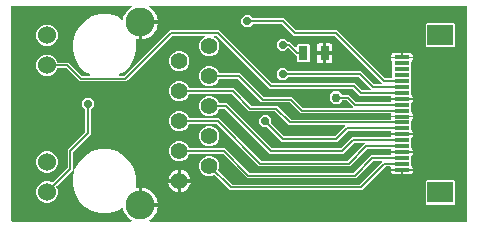
<source format=gtl>
G04 EAGLE Gerber RS-274X export*
G75*
%MOMM*%
%FSLAX34Y34*%
%LPD*%
%INTop Copper*%
%IPPOS*%
%AMOC8*
5,1,8,0,0,1.08239X$1,22.5*%
G01*
%ADD10R,0.800000X1.200000*%
%ADD11R,2.200000X1.800000*%
%ADD12R,1.300000X0.300000*%
%ADD13C,2.445000*%
%ADD14C,1.398000*%
%ADD15C,1.530000*%
%ADD16C,0.706400*%
%ADD17C,0.152400*%
%ADD18C,0.756400*%

G36*
X111199Y10162D02*
X111199Y10162D01*
X111207Y10161D01*
X111320Y10182D01*
X111434Y10200D01*
X111441Y10204D01*
X111448Y10206D01*
X111549Y10262D01*
X111651Y10316D01*
X111656Y10321D01*
X111663Y10325D01*
X111741Y10410D01*
X111820Y10494D01*
X111824Y10501D01*
X111829Y10507D01*
X111875Y10613D01*
X111924Y10717D01*
X111925Y10725D01*
X111928Y10732D01*
X111938Y10847D01*
X111951Y10961D01*
X111949Y10969D01*
X111950Y10977D01*
X111923Y11090D01*
X111899Y11202D01*
X111895Y11209D01*
X111893Y11216D01*
X111831Y11315D01*
X111773Y11413D01*
X111767Y11418D01*
X111762Y11425D01*
X111638Y11538D01*
X109781Y12887D01*
X108137Y14531D01*
X106771Y16411D01*
X105716Y18482D01*
X104998Y20692D01*
X104884Y21411D01*
X104873Y21445D01*
X104870Y21481D01*
X104834Y21561D01*
X104807Y21644D01*
X104785Y21673D01*
X104771Y21706D01*
X104712Y21771D01*
X104659Y21841D01*
X104630Y21861D01*
X104605Y21888D01*
X104529Y21930D01*
X104457Y21980D01*
X104422Y21990D01*
X104391Y22008D01*
X104304Y22024D01*
X104220Y22048D01*
X104184Y22046D01*
X104149Y22053D01*
X104062Y22040D01*
X103974Y22036D01*
X103941Y22023D01*
X103905Y22018D01*
X103752Y21951D01*
X99287Y19373D01*
X92443Y17539D01*
X85357Y17539D01*
X78513Y19373D01*
X72376Y22916D01*
X67366Y27926D01*
X63823Y34063D01*
X61989Y40907D01*
X61989Y47993D01*
X63363Y53120D01*
X63368Y53168D01*
X63382Y53214D01*
X63380Y53290D01*
X63388Y53365D01*
X63377Y53412D01*
X63376Y53460D01*
X63350Y53531D01*
X63333Y53605D01*
X63308Y53646D01*
X63291Y53691D01*
X63244Y53750D01*
X63204Y53815D01*
X63168Y53845D01*
X63138Y53883D01*
X63074Y53924D01*
X63016Y53973D01*
X62971Y53990D01*
X62931Y54016D01*
X62857Y54034D01*
X62787Y54062D01*
X62739Y54064D01*
X62692Y54076D01*
X62617Y54070D01*
X62541Y54074D01*
X62495Y54061D01*
X62447Y54057D01*
X62377Y54027D01*
X62304Y54006D01*
X62265Y53979D01*
X62221Y53961D01*
X62120Y53880D01*
X62101Y53867D01*
X62097Y53862D01*
X62090Y53856D01*
X60724Y52490D01*
X48502Y40268D01*
X48435Y40174D01*
X48364Y40080D01*
X48362Y40073D01*
X48359Y40068D01*
X48324Y39958D01*
X48288Y39846D01*
X48288Y39839D01*
X48286Y39833D01*
X48289Y39716D01*
X48290Y39600D01*
X48292Y39592D01*
X48293Y39588D01*
X48299Y39570D01*
X48337Y39439D01*
X49275Y37175D01*
X49275Y33525D01*
X47878Y30153D01*
X45297Y27572D01*
X41925Y26175D01*
X38275Y26175D01*
X34903Y27572D01*
X32322Y30153D01*
X30925Y33525D01*
X30925Y37175D01*
X32322Y40547D01*
X34903Y43128D01*
X38275Y44525D01*
X41925Y44525D01*
X44542Y43441D01*
X44656Y43414D01*
X44769Y43385D01*
X44776Y43386D01*
X44782Y43384D01*
X44898Y43395D01*
X45014Y43405D01*
X45020Y43407D01*
X45027Y43408D01*
X45134Y43455D01*
X45241Y43501D01*
X45247Y43506D01*
X45251Y43508D01*
X45265Y43520D01*
X45372Y43606D01*
X57490Y55724D01*
X57543Y55798D01*
X57603Y55868D01*
X57615Y55898D01*
X57634Y55924D01*
X57661Y56011D01*
X57695Y56096D01*
X57699Y56137D01*
X57706Y56159D01*
X57705Y56191D01*
X57713Y56263D01*
X57713Y70947D01*
X72490Y85724D01*
X72543Y85798D01*
X72603Y85868D01*
X72615Y85898D01*
X72634Y85924D01*
X72661Y86011D01*
X72695Y86096D01*
X72699Y86137D01*
X72706Y86159D01*
X72705Y86191D01*
X72713Y86263D01*
X72713Y104820D01*
X72699Y104910D01*
X72691Y105001D01*
X72679Y105031D01*
X72674Y105063D01*
X72631Y105144D01*
X72595Y105227D01*
X72569Y105260D01*
X72558Y105280D01*
X72535Y105302D01*
X72490Y105358D01*
X69943Y107905D01*
X69943Y112095D01*
X72905Y115057D01*
X77095Y115057D01*
X80057Y112095D01*
X80057Y107905D01*
X77510Y105358D01*
X77457Y105284D01*
X77397Y105215D01*
X77385Y105185D01*
X77366Y105159D01*
X77339Y105072D01*
X77305Y104987D01*
X77301Y104946D01*
X77294Y104924D01*
X77295Y104891D01*
X77287Y104820D01*
X77287Y84053D01*
X62510Y69276D01*
X62462Y69209D01*
X62458Y69205D01*
X62456Y69202D01*
X62397Y69132D01*
X62385Y69102D01*
X62366Y69076D01*
X62339Y68989D01*
X62305Y68904D01*
X62301Y68863D01*
X62294Y68841D01*
X62295Y68809D01*
X62287Y68737D01*
X62287Y54885D01*
X62291Y54861D01*
X62288Y54837D01*
X62310Y54740D01*
X62326Y54642D01*
X62338Y54621D01*
X62343Y54598D01*
X62395Y54513D01*
X62442Y54425D01*
X62459Y54408D01*
X62472Y54388D01*
X62548Y54324D01*
X62620Y54256D01*
X62642Y54246D01*
X62660Y54230D01*
X62753Y54194D01*
X62843Y54152D01*
X62867Y54149D01*
X62889Y54141D01*
X62989Y54136D01*
X63087Y54125D01*
X63111Y54130D01*
X63135Y54129D01*
X63231Y54156D01*
X63328Y54177D01*
X63349Y54190D01*
X63372Y54196D01*
X63454Y54252D01*
X63539Y54303D01*
X63555Y54322D01*
X63574Y54335D01*
X63634Y54415D01*
X63699Y54490D01*
X63708Y54513D01*
X63722Y54532D01*
X63783Y54688D01*
X63823Y54837D01*
X67366Y60974D01*
X72376Y65984D01*
X78513Y69527D01*
X85357Y71361D01*
X92443Y71361D01*
X99287Y69527D01*
X105424Y65984D01*
X110434Y60974D01*
X113977Y54837D01*
X115811Y47993D01*
X115811Y40907D01*
X115449Y39558D01*
X115444Y39503D01*
X115428Y39449D01*
X115432Y39381D01*
X115425Y39314D01*
X115437Y39259D01*
X115440Y39203D01*
X115465Y39140D01*
X115480Y39074D01*
X115509Y39026D01*
X115529Y38974D01*
X115573Y38922D01*
X115608Y38864D01*
X115651Y38828D01*
X115687Y38785D01*
X115745Y38750D01*
X115797Y38706D01*
X115849Y38686D01*
X115896Y38657D01*
X115963Y38641D01*
X116026Y38617D01*
X116082Y38614D01*
X116136Y38602D01*
X116241Y38606D01*
X116272Y38605D01*
X116284Y38608D01*
X116304Y38609D01*
X117877Y38859D01*
X117877Y24912D01*
X117880Y24892D01*
X117878Y24873D01*
X117900Y24771D01*
X117917Y24669D01*
X117926Y24652D01*
X117930Y24632D01*
X117983Y24543D01*
X118032Y24452D01*
X118046Y24438D01*
X118056Y24421D01*
X118135Y24354D01*
X118210Y24283D01*
X118228Y24274D01*
X118243Y24261D01*
X118339Y24223D01*
X118433Y24179D01*
X118453Y24177D01*
X118471Y24169D01*
X118638Y24151D01*
X119401Y24151D01*
X119401Y23388D01*
X119404Y23368D01*
X119402Y23349D01*
X119424Y23247D01*
X119441Y23145D01*
X119450Y23128D01*
X119454Y23108D01*
X119507Y23019D01*
X119556Y22928D01*
X119570Y22914D01*
X119580Y22897D01*
X119659Y22830D01*
X119734Y22759D01*
X119752Y22750D01*
X119767Y22737D01*
X119863Y22698D01*
X119957Y22655D01*
X119977Y22653D01*
X119995Y22645D01*
X120162Y22627D01*
X134109Y22627D01*
X133802Y20692D01*
X133084Y18482D01*
X132029Y16411D01*
X130663Y14531D01*
X129019Y12887D01*
X127162Y11538D01*
X127156Y11532D01*
X127149Y11528D01*
X127070Y11445D01*
X126989Y11363D01*
X126985Y11356D01*
X126980Y11350D01*
X126931Y11246D01*
X126881Y11142D01*
X126879Y11134D01*
X126876Y11127D01*
X126863Y11013D01*
X126848Y10898D01*
X126850Y10890D01*
X126849Y10883D01*
X126873Y10770D01*
X126896Y10657D01*
X126900Y10650D01*
X126901Y10642D01*
X126960Y10544D01*
X127017Y10443D01*
X127023Y10438D01*
X127027Y10431D01*
X127115Y10356D01*
X127201Y10279D01*
X127208Y10276D01*
X127214Y10271D01*
X127321Y10228D01*
X127427Y10183D01*
X127435Y10182D01*
X127443Y10179D01*
X127609Y10161D01*
X395278Y10161D01*
X395298Y10164D01*
X395317Y10162D01*
X395419Y10184D01*
X395521Y10200D01*
X395538Y10210D01*
X395558Y10214D01*
X395647Y10267D01*
X395738Y10316D01*
X395752Y10330D01*
X395769Y10340D01*
X395836Y10419D01*
X395908Y10494D01*
X395916Y10512D01*
X395929Y10527D01*
X395968Y10623D01*
X396011Y10717D01*
X396013Y10737D01*
X396021Y10755D01*
X396039Y10922D01*
X396039Y192278D01*
X396036Y192298D01*
X396038Y192317D01*
X396016Y192419D01*
X396000Y192521D01*
X395990Y192538D01*
X395986Y192558D01*
X395933Y192647D01*
X395884Y192738D01*
X395870Y192752D01*
X395860Y192769D01*
X395781Y192836D01*
X395706Y192908D01*
X395688Y192916D01*
X395673Y192929D01*
X395577Y192968D01*
X395483Y193011D01*
X395463Y193013D01*
X395445Y193021D01*
X395278Y193039D01*
X127609Y193039D01*
X127601Y193038D01*
X127593Y193039D01*
X127480Y193018D01*
X127366Y193000D01*
X127359Y192996D01*
X127352Y192994D01*
X127251Y192938D01*
X127149Y192884D01*
X127144Y192879D01*
X127137Y192875D01*
X127059Y192790D01*
X126980Y192706D01*
X126976Y192699D01*
X126971Y192693D01*
X126925Y192587D01*
X126876Y192483D01*
X126875Y192475D01*
X126872Y192468D01*
X126862Y192353D01*
X126849Y192239D01*
X126851Y192231D01*
X126850Y192223D01*
X126877Y192110D01*
X126901Y191998D01*
X126905Y191991D01*
X126907Y191984D01*
X126969Y191885D01*
X127027Y191787D01*
X127033Y191782D01*
X127038Y191775D01*
X127162Y191662D01*
X129019Y190313D01*
X130663Y188669D01*
X132029Y186789D01*
X133084Y184718D01*
X133802Y182508D01*
X134109Y180573D01*
X120162Y180573D01*
X120142Y180570D01*
X120123Y180572D01*
X120021Y180550D01*
X119919Y180533D01*
X119902Y180524D01*
X119882Y180520D01*
X119793Y180467D01*
X119702Y180418D01*
X119688Y180404D01*
X119671Y180394D01*
X119604Y180315D01*
X119533Y180240D01*
X119524Y180222D01*
X119511Y180207D01*
X119473Y180111D01*
X119429Y180017D01*
X119427Y179997D01*
X119419Y179979D01*
X119401Y179812D01*
X119401Y179049D01*
X118638Y179049D01*
X118618Y179046D01*
X118599Y179048D01*
X118497Y179026D01*
X118395Y179009D01*
X118378Y179000D01*
X118358Y178996D01*
X118269Y178943D01*
X118178Y178894D01*
X118164Y178880D01*
X118147Y178870D01*
X118080Y178791D01*
X118009Y178716D01*
X118000Y178698D01*
X117987Y178683D01*
X117948Y178587D01*
X117905Y178493D01*
X117903Y178473D01*
X117895Y178455D01*
X117877Y178288D01*
X117877Y164341D01*
X116304Y164591D01*
X116248Y164590D01*
X116193Y164600D01*
X116126Y164590D01*
X116058Y164589D01*
X116005Y164571D01*
X115950Y164563D01*
X115889Y164532D01*
X115825Y164510D01*
X115781Y164476D01*
X115731Y164450D01*
X115684Y164401D01*
X115630Y164360D01*
X115599Y164314D01*
X115560Y164274D01*
X115531Y164212D01*
X115493Y164156D01*
X115478Y164102D01*
X115454Y164052D01*
X115446Y163984D01*
X115428Y163919D01*
X115431Y163863D01*
X115424Y163808D01*
X115440Y163703D01*
X115442Y163673D01*
X115446Y163661D01*
X115449Y163642D01*
X115811Y162293D01*
X115811Y155207D01*
X113977Y148363D01*
X110434Y142226D01*
X105424Y137216D01*
X101213Y134785D01*
X101176Y134755D01*
X101134Y134732D01*
X101082Y134677D01*
X101023Y134629D01*
X100997Y134589D01*
X100964Y134554D01*
X100932Y134485D01*
X100892Y134421D01*
X100881Y134374D01*
X100861Y134331D01*
X100852Y134256D01*
X100835Y134182D01*
X100839Y134134D01*
X100834Y134087D01*
X100850Y134012D01*
X100856Y133937D01*
X100876Y133893D01*
X100886Y133846D01*
X100925Y133781D01*
X100955Y133712D01*
X100988Y133676D01*
X101012Y133635D01*
X101070Y133586D01*
X101121Y133530D01*
X101163Y133506D01*
X101199Y133475D01*
X101269Y133447D01*
X101336Y133410D01*
X101383Y133401D01*
X101427Y133383D01*
X101555Y133369D01*
X101577Y133365D01*
X101584Y133366D01*
X101594Y133365D01*
X104816Y133365D01*
X104906Y133379D01*
X104997Y133387D01*
X105026Y133399D01*
X105058Y133404D01*
X105139Y133447D01*
X105223Y133483D01*
X105255Y133509D01*
X105276Y133520D01*
X105298Y133543D01*
X105354Y133588D01*
X142490Y170724D01*
X144053Y172287D01*
X185947Y172287D01*
X187510Y170724D01*
X230724Y127510D01*
X230798Y127457D01*
X230868Y127397D01*
X230898Y127385D01*
X230924Y127366D01*
X231011Y127339D01*
X231096Y127305D01*
X231137Y127301D01*
X231159Y127294D01*
X231191Y127295D01*
X231262Y127287D01*
X300847Y127287D01*
X306524Y121610D01*
X306598Y121557D01*
X306668Y121497D01*
X306698Y121485D01*
X306724Y121466D01*
X306811Y121439D01*
X306896Y121405D01*
X306937Y121401D01*
X306959Y121394D01*
X306991Y121395D01*
X307063Y121387D01*
X313542Y121387D01*
X313612Y121398D01*
X313684Y121400D01*
X313733Y121418D01*
X313784Y121426D01*
X313848Y121460D01*
X313915Y121485D01*
X313956Y121517D01*
X314002Y121542D01*
X314051Y121594D01*
X314107Y121638D01*
X314135Y121682D01*
X314171Y121720D01*
X314201Y121785D01*
X314240Y121845D01*
X314253Y121896D01*
X314275Y121943D01*
X314283Y122014D01*
X314300Y122084D01*
X314296Y122136D01*
X314302Y122187D01*
X314287Y122258D01*
X314281Y122329D01*
X314261Y122377D01*
X314250Y122428D01*
X314213Y122489D01*
X314185Y122555D01*
X314140Y122611D01*
X314123Y122639D01*
X314106Y122654D01*
X314080Y122686D01*
X304276Y132490D01*
X304202Y132543D01*
X304132Y132603D01*
X304102Y132615D01*
X304076Y132634D01*
X303989Y132661D01*
X303904Y132695D01*
X303863Y132699D01*
X303841Y132706D01*
X303809Y132705D01*
X303737Y132713D01*
X245180Y132713D01*
X245090Y132699D01*
X244999Y132691D01*
X244969Y132679D01*
X244937Y132674D01*
X244856Y132631D01*
X244773Y132595D01*
X244740Y132569D01*
X244720Y132558D01*
X244698Y132535D01*
X244642Y132490D01*
X242095Y129943D01*
X237905Y129943D01*
X234943Y132905D01*
X234943Y137095D01*
X237905Y140057D01*
X242095Y140057D01*
X244642Y137510D01*
X244716Y137457D01*
X244785Y137397D01*
X244815Y137385D01*
X244841Y137366D01*
X244928Y137339D01*
X245013Y137305D01*
X245054Y137301D01*
X245076Y137294D01*
X245109Y137295D01*
X245180Y137287D01*
X305947Y137287D01*
X316624Y126610D01*
X316698Y126557D01*
X316768Y126497D01*
X316798Y126485D01*
X316824Y126466D01*
X316911Y126439D01*
X316996Y126405D01*
X317037Y126401D01*
X317059Y126394D01*
X317091Y126395D01*
X317163Y126387D01*
X323542Y126387D01*
X323612Y126398D01*
X323684Y126400D01*
X323733Y126418D01*
X323784Y126426D01*
X323848Y126460D01*
X323915Y126485D01*
X323956Y126517D01*
X324002Y126542D01*
X324051Y126594D01*
X324107Y126638D01*
X324135Y126682D01*
X324171Y126720D01*
X324201Y126785D01*
X324240Y126845D01*
X324253Y126896D01*
X324275Y126943D01*
X324283Y127014D01*
X324300Y127084D01*
X324296Y127136D01*
X324302Y127187D01*
X324287Y127258D01*
X324281Y127329D01*
X324261Y127377D01*
X324250Y127428D01*
X324213Y127489D01*
X324185Y127555D01*
X324140Y127611D01*
X324123Y127639D01*
X324106Y127654D01*
X324080Y127686D01*
X284276Y167490D01*
X284202Y167543D01*
X284132Y167603D01*
X284102Y167615D01*
X284076Y167634D01*
X283989Y167661D01*
X283904Y167695D01*
X283863Y167699D01*
X283841Y167706D01*
X283809Y167705D01*
X283737Y167713D01*
X249053Y167713D01*
X239276Y177490D01*
X239202Y177543D01*
X239132Y177603D01*
X239102Y177615D01*
X239076Y177634D01*
X238989Y177661D01*
X238904Y177695D01*
X238863Y177699D01*
X238841Y177706D01*
X238809Y177705D01*
X238737Y177713D01*
X215180Y177713D01*
X215090Y177699D01*
X214999Y177691D01*
X214969Y177679D01*
X214937Y177674D01*
X214856Y177631D01*
X214773Y177595D01*
X214740Y177569D01*
X214720Y177558D01*
X214698Y177535D01*
X214642Y177490D01*
X212095Y174943D01*
X207905Y174943D01*
X204943Y177905D01*
X204943Y182095D01*
X207905Y185057D01*
X212095Y185057D01*
X214642Y182510D01*
X214716Y182457D01*
X214785Y182397D01*
X214815Y182385D01*
X214841Y182366D01*
X214928Y182339D01*
X215013Y182305D01*
X215054Y182301D01*
X215076Y182294D01*
X215109Y182295D01*
X215180Y182287D01*
X240947Y182287D01*
X250724Y172510D01*
X250798Y172457D01*
X250868Y172397D01*
X250898Y172385D01*
X250924Y172366D01*
X251011Y172339D01*
X251096Y172305D01*
X251137Y172301D01*
X251159Y172294D01*
X251191Y172295D01*
X251263Y172287D01*
X285947Y172287D01*
X326624Y131610D01*
X326698Y131557D01*
X326768Y131497D01*
X326798Y131485D01*
X326824Y131466D01*
X326911Y131439D01*
X326996Y131405D01*
X327037Y131401D01*
X327059Y131394D01*
X327091Y131395D01*
X327163Y131387D01*
X332014Y131387D01*
X332034Y131390D01*
X332053Y131388D01*
X332155Y131410D01*
X332257Y131426D01*
X332274Y131436D01*
X332294Y131440D01*
X332383Y131493D01*
X332474Y131542D01*
X332488Y131556D01*
X332505Y131566D01*
X332572Y131645D01*
X332644Y131720D01*
X332652Y131738D01*
X332665Y131753D01*
X332704Y131849D01*
X332747Y131943D01*
X332749Y131963D01*
X332757Y131981D01*
X332775Y132148D01*
X332775Y136336D01*
X332791Y136398D01*
X332821Y136496D01*
X332821Y136516D01*
X332826Y136536D01*
X332818Y136639D01*
X332815Y136742D01*
X332808Y136761D01*
X332807Y136781D01*
X332775Y136854D01*
X332775Y141336D01*
X332791Y141398D01*
X332821Y141496D01*
X332821Y141516D01*
X332826Y141536D01*
X332818Y141639D01*
X332815Y141742D01*
X332808Y141761D01*
X332807Y141781D01*
X332775Y141854D01*
X332775Y145216D01*
X332761Y145306D01*
X332753Y145397D01*
X332741Y145427D01*
X332736Y145459D01*
X332693Y145540D01*
X332657Y145624D01*
X332631Y145656D01*
X332620Y145676D01*
X332597Y145699D01*
X332552Y145755D01*
X332267Y146040D01*
X331932Y146619D01*
X331759Y147266D01*
X331759Y148339D01*
X340800Y148339D01*
X349841Y148339D01*
X349841Y147265D01*
X349668Y146619D01*
X349333Y146040D01*
X349048Y145755D01*
X348995Y145681D01*
X348935Y145611D01*
X348923Y145581D01*
X348904Y145555D01*
X348877Y145468D01*
X348843Y145383D01*
X348839Y145342D01*
X348832Y145320D01*
X348833Y145288D01*
X348825Y145216D01*
X348825Y141864D01*
X348809Y141802D01*
X348779Y141703D01*
X348779Y141683D01*
X348774Y141664D01*
X348782Y141561D01*
X348785Y141458D01*
X348792Y141439D01*
X348793Y141419D01*
X348825Y141345D01*
X348825Y136864D01*
X348809Y136802D01*
X348779Y136703D01*
X348779Y136683D01*
X348774Y136664D01*
X348782Y136561D01*
X348785Y136458D01*
X348792Y136439D01*
X348793Y136419D01*
X348825Y136345D01*
X348825Y131864D01*
X348809Y131802D01*
X348779Y131703D01*
X348779Y131683D01*
X348774Y131664D01*
X348782Y131561D01*
X348785Y131458D01*
X348792Y131439D01*
X348793Y131419D01*
X348825Y131345D01*
X348825Y126864D01*
X348809Y126802D01*
X348779Y126703D01*
X348779Y126683D01*
X348774Y126664D01*
X348782Y126561D01*
X348785Y126458D01*
X348792Y126439D01*
X348793Y126419D01*
X348825Y126345D01*
X348825Y121864D01*
X348809Y121802D01*
X348779Y121703D01*
X348779Y121683D01*
X348774Y121664D01*
X348782Y121561D01*
X348785Y121458D01*
X348792Y121439D01*
X348793Y121419D01*
X348825Y121345D01*
X348825Y117984D01*
X348839Y117894D01*
X348847Y117803D01*
X348859Y117773D01*
X348864Y117741D01*
X348907Y117660D01*
X348943Y117576D01*
X348969Y117544D01*
X348980Y117524D01*
X349003Y117501D01*
X349048Y117445D01*
X349333Y117160D01*
X349668Y116581D01*
X349841Y115934D01*
X349841Y114861D01*
X340800Y114861D01*
X331759Y114861D01*
X331759Y116035D01*
X331758Y116044D01*
X331763Y116091D01*
X331762Y116095D01*
X331762Y116099D01*
X331736Y116215D01*
X331711Y116332D01*
X331709Y116335D01*
X331708Y116339D01*
X331646Y116440D01*
X331584Y116543D01*
X331582Y116545D01*
X331580Y116548D01*
X331489Y116625D01*
X331398Y116703D01*
X331394Y116704D01*
X331391Y116707D01*
X331282Y116749D01*
X331169Y116795D01*
X331165Y116795D01*
X331162Y116796D01*
X331150Y116797D01*
X331003Y116813D01*
X304853Y116813D01*
X299176Y122490D01*
X299102Y122543D01*
X299032Y122603D01*
X299002Y122615D01*
X298976Y122634D01*
X298889Y122661D01*
X298804Y122695D01*
X298763Y122699D01*
X298741Y122706D01*
X298709Y122705D01*
X298637Y122713D01*
X229053Y122713D01*
X227490Y124276D01*
X184276Y167490D01*
X184202Y167543D01*
X184132Y167603D01*
X184102Y167615D01*
X184076Y167634D01*
X183989Y167661D01*
X183904Y167695D01*
X183863Y167699D01*
X183841Y167706D01*
X183809Y167705D01*
X183738Y167713D01*
X182359Y167713D01*
X182263Y167698D01*
X182165Y167688D01*
X182142Y167678D01*
X182116Y167674D01*
X182030Y167628D01*
X181941Y167588D01*
X181921Y167571D01*
X181898Y167558D01*
X181831Y167488D01*
X181760Y167422D01*
X181747Y167399D01*
X181729Y167380D01*
X181688Y167292D01*
X181641Y167206D01*
X181636Y167181D01*
X181625Y167157D01*
X181615Y167060D01*
X181597Y166964D01*
X181601Y166938D01*
X181598Y166913D01*
X181619Y166818D01*
X181633Y166721D01*
X181645Y166698D01*
X181651Y166672D01*
X181701Y166588D01*
X181745Y166502D01*
X181763Y166484D01*
X181777Y166461D01*
X181851Y166398D01*
X181920Y166330D01*
X181949Y166314D01*
X181964Y166301D01*
X181994Y166289D01*
X182067Y166249D01*
X182623Y166018D01*
X185018Y163623D01*
X186315Y160494D01*
X186315Y157106D01*
X185018Y153977D01*
X182623Y151582D01*
X179494Y150285D01*
X176106Y150285D01*
X172977Y151582D01*
X170582Y153977D01*
X169285Y157106D01*
X169285Y160494D01*
X170582Y163623D01*
X172977Y166018D01*
X173533Y166249D01*
X173616Y166300D01*
X173702Y166346D01*
X173720Y166365D01*
X173742Y166378D01*
X173804Y166453D01*
X173871Y166524D01*
X173882Y166548D01*
X173899Y166568D01*
X173934Y166659D01*
X173975Y166747D01*
X173977Y166773D01*
X173987Y166797D01*
X173991Y166895D01*
X174002Y166991D01*
X173996Y167017D01*
X173997Y167043D01*
X173970Y167137D01*
X173949Y167232D01*
X173936Y167254D01*
X173929Y167279D01*
X173873Y167359D01*
X173823Y167443D01*
X173803Y167460D01*
X173788Y167481D01*
X173710Y167540D01*
X173636Y167603D01*
X173612Y167613D01*
X173591Y167628D01*
X173499Y167658D01*
X173408Y167695D01*
X173376Y167698D01*
X173357Y167704D01*
X173324Y167704D01*
X173241Y167713D01*
X146262Y167713D01*
X146172Y167699D01*
X146081Y167691D01*
X146052Y167679D01*
X146020Y167674D01*
X145939Y167631D01*
X145855Y167595D01*
X145823Y167569D01*
X145802Y167558D01*
X145780Y167535D01*
X145724Y167490D01*
X108588Y130354D01*
X107025Y128791D01*
X67975Y128791D01*
X66412Y130354D01*
X56826Y139940D01*
X56752Y139993D01*
X56682Y140053D01*
X56652Y140065D01*
X56626Y140084D01*
X56539Y140111D01*
X56454Y140145D01*
X56413Y140149D01*
X56391Y140156D01*
X56359Y140155D01*
X56288Y140163D01*
X49592Y140163D01*
X49477Y140144D01*
X49361Y140127D01*
X49356Y140125D01*
X49349Y140124D01*
X49247Y140069D01*
X49142Y140016D01*
X49137Y140011D01*
X49132Y140008D01*
X49052Y139924D01*
X48970Y139840D01*
X48966Y139834D01*
X48963Y139830D01*
X48955Y139813D01*
X48889Y139693D01*
X47878Y137253D01*
X45297Y134672D01*
X41925Y133275D01*
X38275Y133275D01*
X34903Y134672D01*
X32322Y137253D01*
X30925Y140625D01*
X30925Y144275D01*
X32322Y147647D01*
X34903Y150228D01*
X38275Y151625D01*
X41925Y151625D01*
X45297Y150228D01*
X47878Y147647D01*
X48889Y145207D01*
X48951Y145107D01*
X49010Y145007D01*
X49015Y145003D01*
X49018Y144998D01*
X49108Y144923D01*
X49197Y144847D01*
X49203Y144845D01*
X49208Y144841D01*
X49316Y144799D01*
X49425Y144755D01*
X49433Y144754D01*
X49438Y144753D01*
X49456Y144752D01*
X49592Y144737D01*
X58497Y144737D01*
X60060Y143174D01*
X69646Y133588D01*
X69720Y133535D01*
X69790Y133475D01*
X69820Y133463D01*
X69846Y133444D01*
X69933Y133417D01*
X70018Y133383D01*
X70059Y133379D01*
X70081Y133372D01*
X70113Y133373D01*
X70184Y133365D01*
X76206Y133365D01*
X76253Y133372D01*
X76301Y133371D01*
X76374Y133392D01*
X76449Y133404D01*
X76491Y133427D01*
X76537Y133441D01*
X76599Y133484D01*
X76666Y133520D01*
X76699Y133554D01*
X76739Y133582D01*
X76783Y133643D01*
X76836Y133698D01*
X76856Y133741D01*
X76884Y133780D01*
X76907Y133852D01*
X76939Y133921D01*
X76945Y133969D01*
X76959Y134014D01*
X76958Y134090D01*
X76966Y134165D01*
X76956Y134212D01*
X76955Y134260D01*
X76930Y134332D01*
X76914Y134406D01*
X76889Y134447D01*
X76873Y134492D01*
X76827Y134552D01*
X76788Y134617D01*
X76752Y134648D01*
X76722Y134686D01*
X76618Y134762D01*
X76601Y134777D01*
X76595Y134779D01*
X76587Y134785D01*
X72376Y137216D01*
X67366Y142226D01*
X63823Y148363D01*
X61989Y155207D01*
X61989Y162293D01*
X63823Y169137D01*
X67366Y175274D01*
X72376Y180284D01*
X78513Y183827D01*
X85357Y185661D01*
X92443Y185661D01*
X99287Y183827D01*
X103752Y181249D01*
X103785Y181237D01*
X103815Y181216D01*
X103900Y181193D01*
X103982Y181162D01*
X104018Y181161D01*
X104052Y181151D01*
X104140Y181156D01*
X104227Y181153D01*
X104262Y181163D01*
X104298Y181166D01*
X104379Y181198D01*
X104463Y181223D01*
X104493Y181244D01*
X104526Y181257D01*
X104593Y181314D01*
X104665Y181364D01*
X104686Y181393D01*
X104713Y181417D01*
X104758Y181492D01*
X104810Y181563D01*
X104821Y181597D01*
X104840Y181628D01*
X104884Y181789D01*
X104998Y182508D01*
X105716Y184718D01*
X106771Y186789D01*
X108137Y188669D01*
X109781Y190313D01*
X111638Y191662D01*
X111644Y191668D01*
X111651Y191672D01*
X111730Y191755D01*
X111811Y191837D01*
X111815Y191844D01*
X111820Y191850D01*
X111869Y191954D01*
X111919Y192058D01*
X111921Y192066D01*
X111924Y192073D01*
X111937Y192187D01*
X111952Y192302D01*
X111950Y192310D01*
X111951Y192317D01*
X111927Y192430D01*
X111904Y192543D01*
X111900Y192550D01*
X111899Y192558D01*
X111840Y192656D01*
X111783Y192757D01*
X111777Y192762D01*
X111773Y192769D01*
X111685Y192844D01*
X111599Y192921D01*
X111592Y192924D01*
X111586Y192929D01*
X111479Y192972D01*
X111373Y193017D01*
X111365Y193018D01*
X111357Y193021D01*
X111191Y193039D01*
X10922Y193039D01*
X10902Y193036D01*
X10883Y193038D01*
X10781Y193016D01*
X10679Y193000D01*
X10662Y192990D01*
X10642Y192986D01*
X10553Y192933D01*
X10462Y192884D01*
X10448Y192870D01*
X10431Y192860D01*
X10364Y192781D01*
X10292Y192706D01*
X10284Y192688D01*
X10271Y192673D01*
X10232Y192577D01*
X10189Y192483D01*
X10187Y192463D01*
X10179Y192445D01*
X10161Y192278D01*
X10161Y10922D01*
X10164Y10902D01*
X10162Y10883D01*
X10184Y10781D01*
X10200Y10679D01*
X10210Y10662D01*
X10214Y10642D01*
X10267Y10553D01*
X10316Y10462D01*
X10330Y10448D01*
X10340Y10431D01*
X10419Y10364D01*
X10494Y10292D01*
X10512Y10284D01*
X10527Y10271D01*
X10623Y10232D01*
X10717Y10189D01*
X10737Y10187D01*
X10755Y10179D01*
X10922Y10161D01*
X111191Y10161D01*
X111199Y10162D01*
G37*
%LPC*%
G36*
X219953Y56813D02*
X219953Y56813D01*
X183976Y92790D01*
X183902Y92843D01*
X183832Y92903D01*
X183802Y92915D01*
X183776Y92934D01*
X183689Y92961D01*
X183604Y92995D01*
X183563Y92999D01*
X183541Y93006D01*
X183509Y93005D01*
X183437Y93013D01*
X161178Y93013D01*
X161063Y92994D01*
X160947Y92977D01*
X160941Y92975D01*
X160935Y92974D01*
X160832Y92919D01*
X160728Y92866D01*
X160723Y92861D01*
X160718Y92858D01*
X160638Y92774D01*
X160555Y92690D01*
X160552Y92684D01*
X160548Y92680D01*
X160540Y92663D01*
X160474Y92543D01*
X159618Y90477D01*
X157223Y88082D01*
X154094Y86785D01*
X150706Y86785D01*
X147577Y88082D01*
X145182Y90477D01*
X143885Y93606D01*
X143885Y96994D01*
X145182Y100123D01*
X147577Y102518D01*
X150706Y103815D01*
X154094Y103815D01*
X157223Y102518D01*
X159618Y100123D01*
X160474Y98057D01*
X160536Y97957D01*
X160596Y97857D01*
X160601Y97853D01*
X160604Y97848D01*
X160694Y97773D01*
X160783Y97697D01*
X160789Y97695D01*
X160794Y97691D01*
X160902Y97649D01*
X161011Y97605D01*
X161019Y97604D01*
X161023Y97603D01*
X161041Y97602D01*
X161178Y97587D01*
X185647Y97587D01*
X221624Y61610D01*
X221698Y61557D01*
X221768Y61497D01*
X221798Y61485D01*
X221824Y61466D01*
X221911Y61439D01*
X221996Y61405D01*
X222037Y61401D01*
X222059Y61394D01*
X222091Y61395D01*
X222163Y61387D01*
X294537Y61387D01*
X294628Y61401D01*
X294718Y61409D01*
X294748Y61421D01*
X294780Y61426D01*
X294861Y61469D01*
X294945Y61505D01*
X294977Y61531D01*
X294998Y61542D01*
X295020Y61565D01*
X295076Y61610D01*
X308980Y75514D01*
X309022Y75572D01*
X309071Y75624D01*
X309093Y75671D01*
X309123Y75713D01*
X309144Y75782D01*
X309175Y75847D01*
X309180Y75899D01*
X309196Y75949D01*
X309194Y76020D01*
X309202Y76091D01*
X309191Y76142D01*
X309189Y76194D01*
X309165Y76262D01*
X309150Y76332D01*
X309123Y76377D01*
X309105Y76425D01*
X309060Y76481D01*
X309023Y76543D01*
X308984Y76577D01*
X308951Y76617D01*
X308891Y76656D01*
X308836Y76703D01*
X308788Y76722D01*
X308744Y76750D01*
X308675Y76768D01*
X308608Y76795D01*
X308537Y76803D01*
X308506Y76811D01*
X308482Y76809D01*
X308442Y76813D01*
X300363Y76813D01*
X300272Y76799D01*
X300182Y76791D01*
X300152Y76779D01*
X300120Y76774D01*
X300039Y76731D01*
X299955Y76695D01*
X299923Y76669D01*
X299902Y76658D01*
X299880Y76635D01*
X299824Y76590D01*
X290947Y67713D01*
X229053Y67713D01*
X191276Y105490D01*
X191202Y105543D01*
X191132Y105603D01*
X191102Y105615D01*
X191076Y105634D01*
X190989Y105661D01*
X190904Y105695D01*
X190863Y105699D01*
X190841Y105706D01*
X190809Y105705D01*
X190737Y105713D01*
X186578Y105713D01*
X186463Y105694D01*
X186347Y105677D01*
X186341Y105675D01*
X186335Y105674D01*
X186232Y105619D01*
X186128Y105566D01*
X186123Y105561D01*
X186118Y105558D01*
X186038Y105474D01*
X185955Y105390D01*
X185952Y105384D01*
X185948Y105380D01*
X185940Y105363D01*
X185874Y105243D01*
X185018Y103177D01*
X182623Y100782D01*
X179494Y99485D01*
X176106Y99485D01*
X172977Y100782D01*
X170582Y103177D01*
X169285Y106306D01*
X169285Y109694D01*
X170582Y112823D01*
X172977Y115218D01*
X176106Y116515D01*
X179494Y116515D01*
X182623Y115218D01*
X185018Y112823D01*
X185874Y110757D01*
X185936Y110657D01*
X185996Y110557D01*
X186001Y110553D01*
X186004Y110548D01*
X186094Y110473D01*
X186183Y110397D01*
X186189Y110395D01*
X186194Y110391D01*
X186302Y110349D01*
X186411Y110305D01*
X186419Y110304D01*
X186423Y110303D01*
X186441Y110302D01*
X186578Y110287D01*
X192947Y110287D01*
X230724Y72510D01*
X230798Y72457D01*
X230868Y72397D01*
X230898Y72385D01*
X230924Y72366D01*
X231011Y72339D01*
X231096Y72305D01*
X231137Y72301D01*
X231159Y72294D01*
X231191Y72295D01*
X231263Y72287D01*
X288737Y72287D01*
X288828Y72301D01*
X288918Y72309D01*
X288948Y72321D01*
X288980Y72326D01*
X289061Y72369D01*
X289145Y72405D01*
X289177Y72431D01*
X289198Y72442D01*
X289220Y72465D01*
X289276Y72510D01*
X298153Y81387D01*
X331003Y81387D01*
X331120Y81406D01*
X331239Y81424D01*
X331242Y81426D01*
X331245Y81426D01*
X331350Y81482D01*
X331457Y81537D01*
X331460Y81540D01*
X331463Y81542D01*
X331544Y81627D01*
X331628Y81714D01*
X331630Y81717D01*
X331632Y81720D01*
X331682Y81828D01*
X331734Y81936D01*
X331734Y81940D01*
X331736Y81943D01*
X331749Y82061D01*
X331763Y82180D01*
X331763Y82185D01*
X331763Y82187D01*
X331760Y82200D01*
X331759Y82206D01*
X331759Y83339D01*
X340800Y83339D01*
X349841Y83339D01*
X349841Y82265D01*
X349668Y81619D01*
X349333Y81040D01*
X349048Y80755D01*
X348995Y80681D01*
X348935Y80611D01*
X348923Y80581D01*
X348904Y80555D01*
X348877Y80468D01*
X348843Y80383D01*
X348839Y80342D01*
X348832Y80320D01*
X348833Y80288D01*
X348825Y80216D01*
X348825Y76864D01*
X348809Y76802D01*
X348779Y76703D01*
X348779Y76683D01*
X348774Y76664D01*
X348782Y76561D01*
X348785Y76458D01*
X348792Y76439D01*
X348793Y76419D01*
X348825Y76345D01*
X348825Y72984D01*
X348839Y72894D01*
X348847Y72803D01*
X348859Y72773D01*
X348864Y72741D01*
X348907Y72660D01*
X348943Y72576D01*
X348969Y72544D01*
X348980Y72524D01*
X349003Y72501D01*
X349048Y72445D01*
X349333Y72160D01*
X349668Y71581D01*
X349841Y70934D01*
X349841Y69861D01*
X340800Y69861D01*
X331759Y69861D01*
X331759Y71035D01*
X331758Y71044D01*
X331763Y71091D01*
X331762Y71095D01*
X331762Y71099D01*
X331736Y71215D01*
X331711Y71332D01*
X331709Y71335D01*
X331708Y71339D01*
X331646Y71440D01*
X331584Y71543D01*
X331582Y71545D01*
X331580Y71548D01*
X331489Y71625D01*
X331398Y71703D01*
X331394Y71704D01*
X331391Y71707D01*
X331282Y71749D01*
X331169Y71795D01*
X331165Y71795D01*
X331162Y71796D01*
X331150Y71797D01*
X331003Y71813D01*
X312063Y71813D01*
X311972Y71799D01*
X311882Y71791D01*
X311852Y71779D01*
X311820Y71774D01*
X311739Y71731D01*
X311655Y71695D01*
X311623Y71669D01*
X311602Y71658D01*
X311580Y71635D01*
X311524Y71590D01*
X296747Y56813D01*
X219953Y56813D01*
G37*
%LPD*%
%LPC*%
G36*
X194953Y36813D02*
X194953Y36813D01*
X182390Y49376D01*
X182295Y49444D01*
X182201Y49514D01*
X182195Y49516D01*
X182190Y49520D01*
X182079Y49554D01*
X181967Y49590D01*
X181961Y49590D01*
X181955Y49592D01*
X181838Y49589D01*
X181721Y49588D01*
X181714Y49586D01*
X181709Y49586D01*
X181692Y49579D01*
X181560Y49541D01*
X179494Y48685D01*
X176106Y48685D01*
X172977Y49982D01*
X170582Y52377D01*
X169285Y55506D01*
X169285Y58894D01*
X170582Y62023D01*
X172977Y64418D01*
X176106Y65715D01*
X179494Y65715D01*
X182623Y64418D01*
X185018Y62023D01*
X186315Y58894D01*
X186315Y55506D01*
X185459Y53440D01*
X185432Y53326D01*
X185403Y53213D01*
X185404Y53206D01*
X185403Y53200D01*
X185414Y53084D01*
X185423Y52967D01*
X185425Y52962D01*
X185426Y52955D01*
X185473Y52848D01*
X185519Y52741D01*
X185524Y52735D01*
X185526Y52731D01*
X185538Y52717D01*
X185624Y52610D01*
X196624Y41610D01*
X196698Y41557D01*
X196768Y41497D01*
X196798Y41485D01*
X196824Y41466D01*
X196911Y41439D01*
X196996Y41405D01*
X197037Y41401D01*
X197059Y41394D01*
X197091Y41395D01*
X197163Y41387D01*
X304537Y41387D01*
X304628Y41401D01*
X304718Y41409D01*
X304748Y41421D01*
X304780Y41426D01*
X304861Y41469D01*
X304945Y41505D01*
X304977Y41531D01*
X304998Y41542D01*
X305020Y41565D01*
X305076Y41610D01*
X323980Y60514D01*
X324022Y60572D01*
X324071Y60624D01*
X324093Y60671D01*
X324123Y60713D01*
X324144Y60782D01*
X324175Y60847D01*
X324180Y60899D01*
X324196Y60949D01*
X324194Y61020D01*
X324202Y61091D01*
X324191Y61142D01*
X324189Y61194D01*
X324165Y61262D01*
X324150Y61332D01*
X324123Y61377D01*
X324105Y61425D01*
X324060Y61481D01*
X324023Y61543D01*
X323984Y61577D01*
X323951Y61617D01*
X323891Y61656D01*
X323836Y61703D01*
X323788Y61722D01*
X323744Y61750D01*
X323675Y61768D01*
X323608Y61795D01*
X323537Y61803D01*
X323506Y61811D01*
X323482Y61809D01*
X323442Y61813D01*
X317062Y61813D01*
X316972Y61799D01*
X316881Y61791D01*
X316852Y61779D01*
X316820Y61774D01*
X316739Y61731D01*
X316655Y61695D01*
X316623Y61669D01*
X316602Y61658D01*
X316580Y61635D01*
X316524Y61590D01*
X303310Y48376D01*
X301747Y46813D01*
X209953Y46813D01*
X208390Y48376D01*
X189376Y67390D01*
X189302Y67443D01*
X189232Y67503D01*
X189202Y67515D01*
X189176Y67534D01*
X189089Y67561D01*
X189004Y67595D01*
X188963Y67599D01*
X188941Y67606D01*
X188909Y67605D01*
X188838Y67613D01*
X161178Y67613D01*
X161063Y67594D01*
X160947Y67577D01*
X160941Y67575D01*
X160935Y67574D01*
X160832Y67519D01*
X160728Y67466D01*
X160723Y67461D01*
X160718Y67458D01*
X160638Y67374D01*
X160555Y67290D01*
X160552Y67284D01*
X160548Y67280D01*
X160540Y67263D01*
X160474Y67143D01*
X159618Y65077D01*
X157223Y62682D01*
X154094Y61385D01*
X150706Y61385D01*
X147577Y62682D01*
X145182Y65077D01*
X143885Y68206D01*
X143885Y71594D01*
X145182Y74723D01*
X147577Y77118D01*
X150706Y78415D01*
X154094Y78415D01*
X157223Y77118D01*
X159618Y74723D01*
X160474Y72657D01*
X160536Y72557D01*
X160596Y72457D01*
X160601Y72453D01*
X160604Y72448D01*
X160694Y72373D01*
X160783Y72297D01*
X160789Y72295D01*
X160794Y72291D01*
X160902Y72249D01*
X161011Y72205D01*
X161019Y72204D01*
X161023Y72203D01*
X161041Y72202D01*
X161178Y72187D01*
X191047Y72187D01*
X192610Y70624D01*
X211624Y51610D01*
X211698Y51556D01*
X211768Y51497D01*
X211798Y51485D01*
X211824Y51466D01*
X211911Y51439D01*
X211996Y51405D01*
X212037Y51401D01*
X212059Y51394D01*
X212091Y51395D01*
X212162Y51387D01*
X299538Y51387D01*
X299628Y51401D01*
X299719Y51409D01*
X299748Y51421D01*
X299780Y51426D01*
X299861Y51469D01*
X299945Y51505D01*
X299977Y51531D01*
X299998Y51542D01*
X300020Y51565D01*
X300076Y51610D01*
X313290Y64824D01*
X314853Y66387D01*
X331003Y66387D01*
X331120Y66406D01*
X331239Y66424D01*
X331242Y66426D01*
X331245Y66426D01*
X331350Y66482D01*
X331457Y66537D01*
X331460Y66540D01*
X331463Y66542D01*
X331544Y66627D01*
X331628Y66714D01*
X331630Y66717D01*
X331632Y66720D01*
X331682Y66826D01*
X331734Y66936D01*
X331734Y66940D01*
X331736Y66943D01*
X331749Y67061D01*
X331763Y67180D01*
X331763Y67185D01*
X331763Y67187D01*
X331760Y67200D01*
X331759Y67206D01*
X331759Y68339D01*
X340800Y68339D01*
X349841Y68339D01*
X349841Y67265D01*
X349668Y66619D01*
X349333Y66040D01*
X349048Y65755D01*
X348995Y65681D01*
X348935Y65611D01*
X348923Y65581D01*
X348904Y65555D01*
X348877Y65468D01*
X348843Y65383D01*
X348839Y65342D01*
X348832Y65320D01*
X348833Y65288D01*
X348825Y65216D01*
X348825Y61864D01*
X348809Y61802D01*
X348779Y61703D01*
X348779Y61683D01*
X348774Y61664D01*
X348782Y61561D01*
X348785Y61458D01*
X348792Y61439D01*
X348793Y61419D01*
X348825Y61345D01*
X348825Y57984D01*
X348839Y57894D01*
X348847Y57803D01*
X348859Y57773D01*
X348864Y57741D01*
X348907Y57660D01*
X348943Y57576D01*
X348969Y57544D01*
X348980Y57524D01*
X349003Y57501D01*
X349048Y57445D01*
X349333Y57160D01*
X349668Y56581D01*
X349841Y55934D01*
X349841Y54861D01*
X340800Y54861D01*
X331759Y54861D01*
X331759Y56035D01*
X331758Y56044D01*
X331763Y56091D01*
X331762Y56095D01*
X331762Y56099D01*
X331736Y56215D01*
X331711Y56332D01*
X331709Y56335D01*
X331708Y56339D01*
X331646Y56440D01*
X331584Y56543D01*
X331582Y56545D01*
X331580Y56548D01*
X331489Y56625D01*
X331398Y56703D01*
X331394Y56704D01*
X331391Y56707D01*
X331282Y56749D01*
X331169Y56795D01*
X331165Y56795D01*
X331162Y56796D01*
X331150Y56797D01*
X331003Y56813D01*
X327063Y56813D01*
X326972Y56799D01*
X326882Y56791D01*
X326852Y56779D01*
X326820Y56774D01*
X326739Y56731D01*
X326655Y56695D01*
X326623Y56669D01*
X326602Y56658D01*
X326580Y56635D01*
X326524Y56590D01*
X306747Y36813D01*
X194953Y36813D01*
G37*
%LPD*%
%LPC*%
G36*
X239053Y77713D02*
X239053Y77713D01*
X227046Y89720D01*
X226972Y89773D01*
X226902Y89833D01*
X226872Y89845D01*
X226846Y89864D01*
X226759Y89891D01*
X226674Y89925D01*
X226633Y89929D01*
X226611Y89936D01*
X226579Y89935D01*
X226507Y89943D01*
X222905Y89943D01*
X219943Y92905D01*
X219943Y97095D01*
X222905Y100057D01*
X227095Y100057D01*
X230057Y97095D01*
X230057Y93493D01*
X230071Y93402D01*
X230079Y93312D01*
X230091Y93282D01*
X230096Y93250D01*
X230139Y93169D01*
X230175Y93085D01*
X230201Y93053D01*
X230212Y93032D01*
X230235Y93010D01*
X230280Y92954D01*
X240724Y82510D01*
X240798Y82457D01*
X240868Y82397D01*
X240898Y82385D01*
X240924Y82366D01*
X241011Y82339D01*
X241096Y82305D01*
X241137Y82301D01*
X241159Y82294D01*
X241191Y82295D01*
X241263Y82287D01*
X283737Y82287D01*
X283828Y82301D01*
X283918Y82309D01*
X283948Y82321D01*
X283980Y82326D01*
X284061Y82369D01*
X284145Y82405D01*
X284177Y82431D01*
X284198Y82442D01*
X284220Y82465D01*
X284276Y82510D01*
X292280Y90514D01*
X292322Y90572D01*
X292371Y90624D01*
X292393Y90671D01*
X292423Y90713D01*
X292444Y90782D01*
X292475Y90847D01*
X292480Y90899D01*
X292496Y90949D01*
X292494Y91020D01*
X292502Y91091D01*
X292491Y91142D01*
X292489Y91194D01*
X292465Y91262D01*
X292450Y91332D01*
X292423Y91377D01*
X292405Y91425D01*
X292360Y91481D01*
X292323Y91543D01*
X292284Y91577D01*
X292251Y91617D01*
X292191Y91656D01*
X292136Y91703D01*
X292088Y91722D01*
X292044Y91750D01*
X291975Y91768D01*
X291908Y91795D01*
X291837Y91803D01*
X291806Y91811D01*
X291782Y91809D01*
X291742Y91813D01*
X244953Y91813D01*
X233576Y103190D01*
X233502Y103243D01*
X233432Y103303D01*
X233402Y103315D01*
X233376Y103334D01*
X233289Y103361D01*
X233204Y103395D01*
X233163Y103399D01*
X233141Y103406D01*
X233109Y103405D01*
X233037Y103413D01*
X211453Y103413D01*
X196676Y118190D01*
X196602Y118243D01*
X196532Y118303D01*
X196502Y118315D01*
X196476Y118334D01*
X196389Y118361D01*
X196304Y118395D01*
X196263Y118399D01*
X196241Y118406D01*
X196209Y118405D01*
X196137Y118413D01*
X161178Y118413D01*
X161063Y118394D01*
X160947Y118377D01*
X160941Y118375D01*
X160935Y118374D01*
X160832Y118319D01*
X160728Y118266D01*
X160723Y118261D01*
X160718Y118258D01*
X160638Y118174D01*
X160555Y118090D01*
X160552Y118084D01*
X160548Y118080D01*
X160540Y118063D01*
X160474Y117943D01*
X159618Y115877D01*
X157223Y113482D01*
X154094Y112185D01*
X150706Y112185D01*
X147577Y113482D01*
X145182Y115877D01*
X143885Y119006D01*
X143885Y122394D01*
X145182Y125523D01*
X147577Y127918D01*
X150706Y129215D01*
X154094Y129215D01*
X157223Y127918D01*
X159618Y125523D01*
X160474Y123457D01*
X160536Y123357D01*
X160596Y123257D01*
X160601Y123253D01*
X160604Y123248D01*
X160694Y123173D01*
X160783Y123097D01*
X160789Y123095D01*
X160794Y123091D01*
X160902Y123049D01*
X161011Y123005D01*
X161019Y123004D01*
X161023Y123003D01*
X161041Y123002D01*
X161178Y122987D01*
X198347Y122987D01*
X213124Y108210D01*
X213198Y108157D01*
X213268Y108097D01*
X213298Y108085D01*
X213324Y108066D01*
X213411Y108039D01*
X213496Y108005D01*
X213537Y108001D01*
X213559Y107994D01*
X213591Y107995D01*
X213663Y107987D01*
X235247Y107987D01*
X246624Y96610D01*
X246698Y96557D01*
X246768Y96497D01*
X246798Y96485D01*
X246824Y96466D01*
X246911Y96439D01*
X246996Y96405D01*
X247037Y96401D01*
X247059Y96394D01*
X247091Y96395D01*
X247163Y96387D01*
X331003Y96387D01*
X331120Y96406D01*
X331239Y96424D01*
X331242Y96426D01*
X331245Y96426D01*
X331350Y96482D01*
X331457Y96537D01*
X331460Y96540D01*
X331463Y96542D01*
X331544Y96627D01*
X331628Y96714D01*
X331630Y96717D01*
X331632Y96720D01*
X331682Y96828D01*
X331734Y96936D01*
X331734Y96940D01*
X331736Y96943D01*
X331749Y97061D01*
X331763Y97180D01*
X331763Y97185D01*
X331763Y97187D01*
X331760Y97200D01*
X331759Y97206D01*
X331759Y98339D01*
X340800Y98339D01*
X349841Y98339D01*
X349841Y97265D01*
X349668Y96619D01*
X349333Y96040D01*
X349048Y95755D01*
X348995Y95681D01*
X348935Y95611D01*
X348923Y95581D01*
X348904Y95555D01*
X348877Y95468D01*
X348843Y95383D01*
X348839Y95342D01*
X348832Y95320D01*
X348833Y95288D01*
X348825Y95216D01*
X348825Y91864D01*
X348809Y91802D01*
X348779Y91703D01*
X348779Y91683D01*
X348774Y91664D01*
X348782Y91561D01*
X348785Y91458D01*
X348792Y91439D01*
X348793Y91419D01*
X348825Y91345D01*
X348825Y87984D01*
X348839Y87894D01*
X348847Y87803D01*
X348859Y87773D01*
X348864Y87741D01*
X348907Y87660D01*
X348943Y87576D01*
X348969Y87544D01*
X348980Y87524D01*
X349003Y87501D01*
X349048Y87445D01*
X349333Y87160D01*
X349668Y86581D01*
X349841Y85934D01*
X349841Y84861D01*
X340800Y84861D01*
X331759Y84861D01*
X331759Y86035D01*
X331758Y86044D01*
X331763Y86091D01*
X331762Y86095D01*
X331762Y86099D01*
X331736Y86215D01*
X331711Y86332D01*
X331709Y86335D01*
X331708Y86339D01*
X331646Y86440D01*
X331584Y86543D01*
X331582Y86545D01*
X331580Y86548D01*
X331489Y86625D01*
X331398Y86703D01*
X331394Y86704D01*
X331391Y86707D01*
X331282Y86749D01*
X331169Y86795D01*
X331165Y86795D01*
X331162Y86796D01*
X331150Y86797D01*
X331003Y86813D01*
X295363Y86813D01*
X295272Y86799D01*
X295182Y86791D01*
X295152Y86779D01*
X295120Y86774D01*
X295039Y86731D01*
X294955Y86695D01*
X294923Y86669D01*
X294902Y86658D01*
X294880Y86635D01*
X294824Y86590D01*
X285947Y77713D01*
X239053Y77713D01*
G37*
%LPD*%
%LPC*%
G36*
X340800Y99861D02*
X340800Y99861D01*
X331759Y99861D01*
X331759Y101035D01*
X331758Y101045D01*
X331763Y101091D01*
X331762Y101096D01*
X331762Y101100D01*
X331736Y101215D01*
X331711Y101332D01*
X331708Y101336D01*
X331707Y101340D01*
X331646Y101440D01*
X331584Y101543D01*
X331581Y101546D01*
X331579Y101549D01*
X331489Y101625D01*
X331398Y101703D01*
X331393Y101705D01*
X331390Y101707D01*
X331281Y101750D01*
X331169Y101795D01*
X331164Y101795D01*
X331161Y101797D01*
X331147Y101797D01*
X331003Y101813D01*
X254953Y101813D01*
X245876Y110890D01*
X245802Y110943D01*
X245732Y111003D01*
X245702Y111015D01*
X245676Y111034D01*
X245589Y111061D01*
X245504Y111095D01*
X245463Y111099D01*
X245441Y111106D01*
X245409Y111105D01*
X245337Y111113D01*
X221853Y111113D01*
X202076Y130890D01*
X202002Y130943D01*
X201932Y131003D01*
X201902Y131015D01*
X201876Y131034D01*
X201789Y131061D01*
X201704Y131095D01*
X201663Y131099D01*
X201641Y131106D01*
X201609Y131105D01*
X201537Y131113D01*
X186578Y131113D01*
X186463Y131094D01*
X186347Y131077D01*
X186341Y131075D01*
X186335Y131074D01*
X186232Y131019D01*
X186128Y130966D01*
X186123Y130961D01*
X186118Y130958D01*
X186038Y130874D01*
X185955Y130790D01*
X185952Y130784D01*
X185948Y130780D01*
X185940Y130763D01*
X185874Y130643D01*
X185018Y128577D01*
X182623Y126182D01*
X179494Y124885D01*
X176106Y124885D01*
X172977Y126182D01*
X170582Y128577D01*
X169285Y131706D01*
X169285Y135094D01*
X170582Y138223D01*
X172977Y140618D01*
X176106Y141915D01*
X179494Y141915D01*
X182623Y140618D01*
X185018Y138223D01*
X185874Y136157D01*
X185936Y136057D01*
X185996Y135957D01*
X186001Y135953D01*
X186004Y135948D01*
X186095Y135873D01*
X186183Y135797D01*
X186189Y135795D01*
X186193Y135791D01*
X186302Y135749D01*
X186411Y135705D01*
X186419Y135704D01*
X186423Y135703D01*
X186441Y135702D01*
X186578Y135687D01*
X203747Y135687D01*
X223524Y115910D01*
X223598Y115857D01*
X223668Y115797D01*
X223698Y115785D01*
X223724Y115766D01*
X223811Y115739D01*
X223896Y115705D01*
X223937Y115701D01*
X223959Y115694D01*
X223991Y115695D01*
X224063Y115687D01*
X247547Y115687D01*
X256624Y106610D01*
X256698Y106557D01*
X256768Y106497D01*
X256798Y106485D01*
X256824Y106466D01*
X256911Y106439D01*
X256996Y106405D01*
X257037Y106401D01*
X257059Y106394D01*
X257091Y106395D01*
X257163Y106387D01*
X298542Y106387D01*
X298612Y106398D01*
X298684Y106400D01*
X298733Y106418D01*
X298784Y106426D01*
X298848Y106460D01*
X298915Y106485D01*
X298956Y106517D01*
X299002Y106542D01*
X299051Y106594D01*
X299107Y106638D01*
X299135Y106682D01*
X299171Y106720D01*
X299201Y106785D01*
X299240Y106845D01*
X299253Y106896D01*
X299275Y106943D01*
X299283Y107014D01*
X299300Y107084D01*
X299296Y107136D01*
X299302Y107187D01*
X299287Y107258D01*
X299281Y107329D01*
X299261Y107377D01*
X299250Y107428D01*
X299213Y107489D01*
X299185Y107555D01*
X299140Y107611D01*
X299123Y107639D01*
X299106Y107654D01*
X299080Y107686D01*
X294276Y112490D01*
X294202Y112543D01*
X294132Y112603D01*
X294102Y112615D01*
X294076Y112634D01*
X293989Y112661D01*
X293904Y112695D01*
X293863Y112699D01*
X293841Y112706D01*
X293809Y112705D01*
X293737Y112713D01*
X290533Y112713D01*
X290443Y112699D01*
X290352Y112691D01*
X290323Y112679D01*
X290291Y112674D01*
X290210Y112631D01*
X290126Y112595D01*
X290094Y112569D01*
X290073Y112558D01*
X290051Y112535D01*
X289995Y112490D01*
X287198Y109693D01*
X282802Y109693D01*
X279693Y112802D01*
X279693Y117198D01*
X282802Y120307D01*
X287198Y120307D01*
X289995Y117510D01*
X290069Y117457D01*
X290139Y117397D01*
X290169Y117385D01*
X290195Y117366D01*
X290282Y117339D01*
X290367Y117305D01*
X290408Y117301D01*
X290430Y117294D01*
X290462Y117295D01*
X290533Y117287D01*
X295947Y117287D01*
X301624Y111610D01*
X301698Y111557D01*
X301768Y111497D01*
X301798Y111485D01*
X301824Y111466D01*
X301911Y111439D01*
X301996Y111405D01*
X302037Y111401D01*
X302059Y111394D01*
X302091Y111395D01*
X302163Y111387D01*
X331003Y111387D01*
X331120Y111406D01*
X331239Y111424D01*
X331242Y111426D01*
X331245Y111426D01*
X331350Y111482D01*
X331457Y111537D01*
X331460Y111540D01*
X331463Y111542D01*
X331544Y111627D01*
X331628Y111714D01*
X331630Y111717D01*
X331632Y111720D01*
X331682Y111828D01*
X331734Y111936D01*
X331734Y111940D01*
X331736Y111943D01*
X331749Y112061D01*
X331763Y112180D01*
X331763Y112185D01*
X331763Y112187D01*
X331760Y112200D01*
X331759Y112206D01*
X331759Y113339D01*
X340800Y113339D01*
X349841Y113339D01*
X349841Y112265D01*
X349668Y111619D01*
X349333Y111040D01*
X349048Y110755D01*
X348995Y110681D01*
X348935Y110611D01*
X348923Y110581D01*
X348904Y110555D01*
X348877Y110468D01*
X348843Y110383D01*
X348839Y110342D01*
X348832Y110320D01*
X348833Y110288D01*
X348825Y110216D01*
X348825Y106864D01*
X348809Y106802D01*
X348779Y106703D01*
X348779Y106683D01*
X348774Y106664D01*
X348782Y106561D01*
X348785Y106458D01*
X348792Y106439D01*
X348793Y106419D01*
X348825Y106345D01*
X348825Y102984D01*
X348839Y102894D01*
X348847Y102803D01*
X348859Y102773D01*
X348864Y102741D01*
X348907Y102660D01*
X348943Y102576D01*
X348969Y102544D01*
X348980Y102524D01*
X349003Y102501D01*
X349048Y102445D01*
X349333Y102160D01*
X349668Y101581D01*
X349841Y100934D01*
X349841Y99861D01*
X340800Y99861D01*
X340800Y99861D01*
G37*
%LPD*%
%LPC*%
G36*
X361668Y24575D02*
X361668Y24575D01*
X360775Y25468D01*
X360775Y44732D01*
X361668Y45625D01*
X384932Y45625D01*
X385825Y44732D01*
X385825Y25468D01*
X384932Y24575D01*
X361668Y24575D01*
G37*
%LPD*%
%LPC*%
G36*
X361668Y157575D02*
X361668Y157575D01*
X360775Y158468D01*
X360775Y177732D01*
X361668Y178625D01*
X384932Y178625D01*
X385825Y177732D01*
X385825Y158468D01*
X384932Y157575D01*
X361668Y157575D01*
G37*
%LPD*%
%LPC*%
G36*
X252668Y145275D02*
X252668Y145275D01*
X251775Y146168D01*
X251775Y149752D01*
X251772Y149772D01*
X251774Y149791D01*
X251752Y149893D01*
X251736Y149995D01*
X251726Y150012D01*
X251722Y150032D01*
X251669Y150121D01*
X251620Y150212D01*
X251606Y150226D01*
X251596Y150243D01*
X251517Y150310D01*
X251442Y150382D01*
X251424Y150390D01*
X251409Y150403D01*
X251332Y150434D01*
X244997Y156769D01*
X244981Y156781D01*
X244968Y156796D01*
X244881Y156852D01*
X244797Y156913D01*
X244778Y156918D01*
X244761Y156929D01*
X244661Y156955D01*
X244562Y156985D01*
X244542Y156984D01*
X244523Y156989D01*
X244420Y156981D01*
X244316Y156979D01*
X244297Y156972D01*
X244278Y156970D01*
X244183Y156930D01*
X244085Y156894D01*
X244070Y156882D01*
X244051Y156874D01*
X243920Y156769D01*
X242095Y154943D01*
X237905Y154943D01*
X234943Y157905D01*
X234943Y162095D01*
X237905Y165057D01*
X242095Y165057D01*
X244642Y162510D01*
X244716Y162457D01*
X244785Y162397D01*
X244815Y162385D01*
X244841Y162366D01*
X244928Y162339D01*
X245013Y162305D01*
X245054Y162301D01*
X245076Y162294D01*
X245109Y162295D01*
X245180Y162287D01*
X245947Y162287D01*
X247510Y160724D01*
X250476Y157758D01*
X250534Y157716D01*
X250586Y157667D01*
X250633Y157645D01*
X250675Y157615D01*
X250744Y157594D01*
X250809Y157563D01*
X250861Y157558D01*
X250911Y157542D01*
X250982Y157544D01*
X251053Y157536D01*
X251104Y157547D01*
X251156Y157549D01*
X251224Y157573D01*
X251294Y157588D01*
X251339Y157615D01*
X251387Y157633D01*
X251443Y157678D01*
X251505Y157715D01*
X251539Y157754D01*
X251579Y157787D01*
X251618Y157847D01*
X251665Y157902D01*
X251684Y157950D01*
X251712Y157994D01*
X251730Y158063D01*
X251757Y158130D01*
X251765Y158201D01*
X251773Y158232D01*
X251771Y158256D01*
X251775Y158296D01*
X251775Y159432D01*
X252668Y160325D01*
X261932Y160325D01*
X262825Y159432D01*
X262825Y146168D01*
X261932Y145275D01*
X252668Y145275D01*
G37*
%LPD*%
%LPC*%
G36*
X38275Y51575D02*
X38275Y51575D01*
X34903Y52972D01*
X32322Y55553D01*
X30925Y58925D01*
X30925Y62575D01*
X32322Y65947D01*
X34903Y68528D01*
X38275Y69925D01*
X41925Y69925D01*
X45297Y68528D01*
X47878Y65947D01*
X49275Y62575D01*
X49275Y58925D01*
X47878Y55553D01*
X45297Y52972D01*
X41925Y51575D01*
X38275Y51575D01*
G37*
%LPD*%
%LPC*%
G36*
X38275Y158675D02*
X38275Y158675D01*
X34903Y160072D01*
X32322Y162653D01*
X30925Y166025D01*
X30925Y169675D01*
X32322Y173047D01*
X34903Y175628D01*
X38275Y177025D01*
X41925Y177025D01*
X45297Y175628D01*
X47878Y173047D01*
X49275Y169675D01*
X49275Y166025D01*
X47878Y162653D01*
X45297Y160072D01*
X41925Y158675D01*
X38275Y158675D01*
G37*
%LPD*%
%LPC*%
G36*
X176106Y74085D02*
X176106Y74085D01*
X172977Y75382D01*
X170582Y77777D01*
X169285Y80906D01*
X169285Y84294D01*
X170582Y87423D01*
X172977Y89818D01*
X176106Y91115D01*
X179494Y91115D01*
X182623Y89818D01*
X185018Y87423D01*
X186315Y84294D01*
X186315Y80906D01*
X185018Y77777D01*
X182623Y75382D01*
X179494Y74085D01*
X176106Y74085D01*
G37*
%LPD*%
%LPC*%
G36*
X150706Y137585D02*
X150706Y137585D01*
X147577Y138882D01*
X145182Y141277D01*
X143885Y144406D01*
X143885Y147794D01*
X145182Y150923D01*
X147577Y153318D01*
X150706Y154615D01*
X154094Y154615D01*
X157223Y153318D01*
X159618Y150923D01*
X160915Y147794D01*
X160915Y144406D01*
X159618Y141277D01*
X157223Y138882D01*
X154094Y137585D01*
X150706Y137585D01*
G37*
%LPD*%
%LPC*%
G36*
X120923Y25673D02*
X120923Y25673D01*
X120923Y38859D01*
X122858Y38552D01*
X125068Y37834D01*
X127139Y36779D01*
X129019Y35413D01*
X130663Y33769D01*
X132029Y31889D01*
X133084Y29818D01*
X133802Y27608D01*
X134109Y25673D01*
X120923Y25673D01*
G37*
%LPD*%
%LPC*%
G36*
X120923Y177527D02*
X120923Y177527D01*
X134109Y177527D01*
X133802Y175592D01*
X133084Y173382D01*
X132029Y171311D01*
X130663Y169431D01*
X129019Y167787D01*
X127139Y166421D01*
X125068Y165366D01*
X122858Y164648D01*
X120923Y164341D01*
X120923Y177527D01*
G37*
%LPD*%
%LPC*%
G36*
X153923Y46023D02*
X153923Y46023D01*
X153923Y53914D01*
X155180Y53664D01*
X156914Y52946D01*
X158476Y51903D01*
X159803Y50576D01*
X160846Y49014D01*
X161564Y47280D01*
X161814Y46023D01*
X153923Y46023D01*
G37*
%LPD*%
%LPC*%
G36*
X142986Y46023D02*
X142986Y46023D01*
X143236Y47280D01*
X143954Y49014D01*
X144997Y50576D01*
X146324Y51903D01*
X147886Y52946D01*
X149620Y53664D01*
X150877Y53914D01*
X150877Y46023D01*
X142986Y46023D01*
G37*
%LPD*%
%LPC*%
G36*
X153923Y42977D02*
X153923Y42977D01*
X161814Y42977D01*
X161564Y41720D01*
X160846Y39986D01*
X159803Y38424D01*
X158476Y37097D01*
X156914Y36054D01*
X155180Y35336D01*
X153923Y35086D01*
X153923Y42977D01*
G37*
%LPD*%
%LPC*%
G36*
X149620Y35336D02*
X149620Y35336D01*
X147886Y36054D01*
X146324Y37097D01*
X144997Y38424D01*
X143954Y39986D01*
X143236Y41720D01*
X142986Y42977D01*
X150877Y42977D01*
X150877Y35086D01*
X149620Y35336D01*
G37*
%LPD*%
%LPC*%
G36*
X276823Y154323D02*
X276823Y154323D01*
X276823Y161341D01*
X279634Y161341D01*
X280281Y161168D01*
X280860Y160833D01*
X281333Y160360D01*
X281668Y159781D01*
X281841Y159134D01*
X281841Y154323D01*
X276823Y154323D01*
G37*
%LPD*%
%LPC*%
G36*
X276823Y144259D02*
X276823Y144259D01*
X276823Y151277D01*
X281841Y151277D01*
X281841Y146466D01*
X281668Y145819D01*
X281333Y145240D01*
X280860Y144767D01*
X280281Y144432D01*
X279634Y144259D01*
X276823Y144259D01*
G37*
%LPD*%
%LPC*%
G36*
X268759Y154323D02*
X268759Y154323D01*
X268759Y159134D01*
X268932Y159781D01*
X269267Y160360D01*
X269740Y160833D01*
X270319Y161168D01*
X270966Y161341D01*
X273777Y161341D01*
X273777Y154323D01*
X268759Y154323D01*
G37*
%LPD*%
%LPC*%
G36*
X270966Y144259D02*
X270966Y144259D01*
X270319Y144432D01*
X269740Y144767D01*
X269267Y145240D01*
X268932Y145819D01*
X268759Y146466D01*
X268759Y151277D01*
X273777Y151277D01*
X273777Y144259D01*
X270966Y144259D01*
G37*
%LPD*%
%LPC*%
G36*
X341561Y149861D02*
X341561Y149861D01*
X341561Y153141D01*
X347634Y153141D01*
X348281Y152968D01*
X348860Y152633D01*
X349333Y152160D01*
X349668Y151581D01*
X349841Y150934D01*
X349841Y149861D01*
X341561Y149861D01*
G37*
%LPD*%
%LPC*%
G36*
X331759Y149861D02*
X331759Y149861D01*
X331759Y150934D01*
X331932Y151581D01*
X332267Y152160D01*
X332740Y152633D01*
X333319Y152968D01*
X333966Y153141D01*
X340039Y153141D01*
X340039Y149861D01*
X331759Y149861D01*
G37*
%LPD*%
%LPC*%
G36*
X341561Y50059D02*
X341561Y50059D01*
X341561Y53339D01*
X349841Y53339D01*
X349841Y52265D01*
X349668Y51619D01*
X349333Y51040D01*
X348860Y50567D01*
X348281Y50232D01*
X347634Y50059D01*
X341561Y50059D01*
G37*
%LPD*%
%LPC*%
G36*
X333966Y50059D02*
X333966Y50059D01*
X333319Y50232D01*
X332740Y50567D01*
X332267Y51040D01*
X331932Y51619D01*
X331759Y52266D01*
X331759Y53339D01*
X340039Y53339D01*
X340039Y50059D01*
X333966Y50059D01*
G37*
%LPD*%
%LPC*%
G36*
X152399Y44499D02*
X152399Y44499D01*
X152399Y44501D01*
X152401Y44501D01*
X152401Y44499D01*
X152399Y44499D01*
G37*
%LPD*%
%LPC*%
G36*
X275299Y152799D02*
X275299Y152799D01*
X275299Y152801D01*
X275301Y152801D01*
X275301Y152799D01*
X275299Y152799D01*
G37*
%LPD*%
D10*
X275300Y152800D03*
X257300Y152800D03*
D11*
X373300Y168100D03*
X373300Y35100D03*
D12*
X340800Y54100D03*
X340800Y59100D03*
X340800Y64100D03*
X340800Y69100D03*
X340800Y74100D03*
X340800Y79100D03*
X340800Y84100D03*
X340800Y89100D03*
X340800Y94100D03*
X340800Y99100D03*
X340800Y104100D03*
X340800Y109100D03*
X340800Y114100D03*
X340800Y119100D03*
X340800Y124100D03*
X340800Y129100D03*
X340800Y134100D03*
X340800Y139100D03*
X340800Y144100D03*
X340800Y149100D03*
D13*
X119400Y24150D03*
X119400Y179050D03*
D14*
X177800Y108000D03*
X152400Y120700D03*
X152400Y146100D03*
X152400Y95300D03*
X152400Y69900D03*
X152400Y44500D03*
X177800Y133400D03*
X177800Y158800D03*
X177800Y82600D03*
X177800Y57200D03*
D15*
X40100Y35350D03*
X40100Y167850D03*
X40100Y142450D03*
X40100Y60750D03*
D16*
X240000Y160000D03*
D17*
X252200Y152800D02*
X257300Y152800D01*
X252200Y152800D02*
X245000Y160000D01*
X240000Y160000D01*
X325900Y129100D02*
X340800Y129100D01*
D16*
X210000Y180000D03*
D17*
X285000Y170000D02*
X325900Y129100D01*
X285000Y170000D02*
X250000Y170000D01*
X240000Y180000D01*
X210000Y180000D01*
X40350Y35350D02*
X40100Y35350D01*
X40350Y35350D02*
X60000Y55000D01*
X60000Y70000D01*
X75000Y85000D01*
X75000Y110000D01*
D16*
X75000Y110000D03*
D17*
X325800Y59100D02*
X340800Y59100D01*
X325800Y59100D02*
X305800Y39100D01*
X195900Y39100D01*
X177800Y57200D01*
X190100Y69900D02*
X152400Y69900D01*
X210900Y49100D02*
X300800Y49100D01*
X315800Y64100D02*
X340800Y64100D01*
X315800Y64100D02*
X300800Y49100D01*
X210900Y49100D02*
X190100Y69900D01*
X310800Y74100D02*
X340800Y74100D01*
X310800Y74100D02*
X295800Y59100D01*
X220900Y59100D01*
X184700Y95300D02*
X152400Y95300D01*
X184700Y95300D02*
X220900Y59100D01*
X299100Y79100D02*
X340800Y79100D01*
X299100Y79100D02*
X290000Y70000D01*
X230000Y70000D01*
X192000Y108000D02*
X177800Y108000D01*
X192000Y108000D02*
X230000Y70000D01*
D16*
X225000Y95000D03*
D17*
X240000Y80000D01*
X285000Y80000D01*
X294100Y89100D02*
X340800Y89100D01*
X294100Y89100D02*
X285000Y80000D01*
X245900Y94100D02*
X340800Y94100D01*
X234300Y105700D02*
X212400Y105700D01*
X197400Y120700D01*
X152400Y120700D01*
X234300Y105700D02*
X245900Y94100D01*
X202800Y133400D02*
X177800Y133400D01*
X202800Y133400D02*
X222800Y113400D01*
X246600Y113400D01*
X255900Y104100D02*
X340800Y104100D01*
X255900Y104100D02*
X246600Y113400D01*
X300900Y109100D02*
X340800Y109100D01*
X300900Y109100D02*
X295000Y115000D01*
X285000Y115000D01*
D18*
X285000Y115000D03*
D17*
X57550Y142450D02*
X40100Y142450D01*
X68922Y131078D02*
X106078Y131078D01*
X145000Y170000D02*
X185000Y170000D01*
X230000Y125000D02*
X299900Y125000D01*
X305800Y119100D01*
X340800Y119100D01*
X68922Y131078D02*
X57550Y142450D01*
X106078Y131078D02*
X145000Y170000D01*
X185000Y170000D02*
X230000Y125000D01*
D16*
X240000Y135000D03*
D17*
X305000Y135000D01*
X315900Y124100D02*
X340800Y124100D01*
X315900Y124100D02*
X305000Y135000D01*
M02*

</source>
